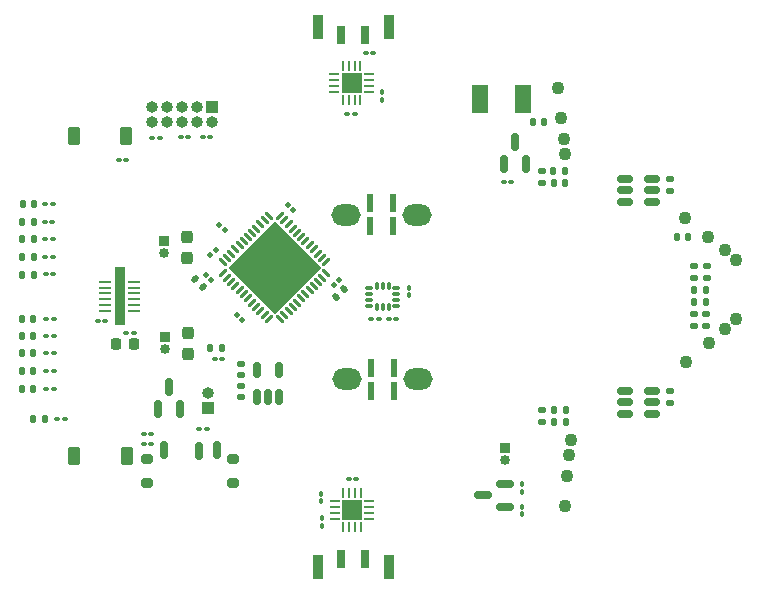
<source format=gbr>
%TF.GenerationSoftware,KiCad,Pcbnew,8.0.4-8.0.4-0~ubuntu22.04.1*%
%TF.CreationDate,2025-02-28T00:25:37+09:00*%
%TF.ProjectId,main,6d61696e-2e6b-4696-9361-645f70636258,rev?*%
%TF.SameCoordinates,Original*%
%TF.FileFunction,Soldermask,Top*%
%TF.FilePolarity,Negative*%
%FSLAX46Y46*%
G04 Gerber Fmt 4.6, Leading zero omitted, Abs format (unit mm)*
G04 Created by KiCad (PCBNEW 8.0.4-8.0.4-0~ubuntu22.04.1) date 2025-02-28 00:25:37*
%MOMM*%
%LPD*%
G01*
G04 APERTURE LIST*
G04 Aperture macros list*
%AMRoundRect*
0 Rectangle with rounded corners*
0 $1 Rounding radius*
0 $2 $3 $4 $5 $6 $7 $8 $9 X,Y pos of 4 corners*
0 Add a 4 corners polygon primitive as box body*
4,1,4,$2,$3,$4,$5,$6,$7,$8,$9,$2,$3,0*
0 Add four circle primitives for the rounded corners*
1,1,$1+$1,$2,$3*
1,1,$1+$1,$4,$5*
1,1,$1+$1,$6,$7*
1,1,$1+$1,$8,$9*
0 Add four rect primitives between the rounded corners*
20,1,$1+$1,$2,$3,$4,$5,0*
20,1,$1+$1,$4,$5,$6,$7,0*
20,1,$1+$1,$6,$7,$8,$9,0*
20,1,$1+$1,$8,$9,$2,$3,0*%
%AMRotRect*
0 Rectangle, with rotation*
0 The origin of the aperture is its center*
0 $1 length*
0 $2 width*
0 $3 Rotation angle, in degrees counterclockwise*
0 Add horizontal line*
21,1,$1,$2,0,0,$3*%
G04 Aperture macros list end*
%ADD10RoundRect,0.135000X0.135000X0.185000X-0.135000X0.185000X-0.135000X-0.185000X0.135000X-0.185000X0*%
%ADD11RoundRect,0.225000X0.225000X0.250000X-0.225000X0.250000X-0.225000X-0.250000X0.225000X-0.250000X0*%
%ADD12RoundRect,0.100000X0.162635X-0.021213X-0.021213X0.162635X-0.162635X0.021213X0.021213X-0.162635X0*%
%ADD13RotRect,5.600000X5.600000X45.000000*%
%ADD14RoundRect,0.062500X0.220971X-0.309359X0.309359X-0.220971X-0.220971X0.309359X-0.309359X0.220971X0*%
%ADD15RoundRect,0.062500X-0.220971X-0.309359X0.309359X0.220971X0.220971X0.309359X-0.309359X-0.220971X0*%
%ADD16RoundRect,0.262500X-0.262500X-0.537500X0.262500X-0.537500X0.262500X0.537500X-0.262500X0.537500X0*%
%ADD17RoundRect,0.100000X-0.130000X-0.100000X0.130000X-0.100000X0.130000X0.100000X-0.130000X0.100000X0*%
%ADD18C,1.100000*%
%ADD19RoundRect,0.135000X-0.135000X-0.185000X0.135000X-0.185000X0.135000X0.185000X-0.135000X0.185000X0*%
%ADD20RoundRect,0.147500X-0.147500X-0.172500X0.147500X-0.172500X0.147500X0.172500X-0.147500X0.172500X0*%
%ADD21RoundRect,0.237500X-0.237500X0.287500X-0.237500X-0.287500X0.237500X-0.287500X0.237500X0.287500X0*%
%ADD22RoundRect,0.100000X0.130000X0.100000X-0.130000X0.100000X-0.130000X-0.100000X0.130000X-0.100000X0*%
%ADD23RoundRect,0.140000X-0.170000X0.140000X-0.170000X-0.140000X0.170000X-0.140000X0.170000X0.140000X0*%
%ADD24RoundRect,0.135000X0.185000X-0.135000X0.185000X0.135000X-0.185000X0.135000X-0.185000X-0.135000X0*%
%ADD25RoundRect,0.150000X-0.512500X-0.150000X0.512500X-0.150000X0.512500X0.150000X-0.512500X0.150000X0*%
%ADD26RoundRect,0.135000X-0.185000X0.135000X-0.185000X-0.135000X0.185000X-0.135000X0.185000X0.135000X0*%
%ADD27RoundRect,0.100000X-0.162635X0.021213X0.021213X-0.162635X0.162635X-0.021213X-0.021213X0.162635X0*%
%ADD28C,0.600000*%
%ADD29R,0.900000X5.000000*%
%ADD30R,1.000000X0.280000*%
%ADD31RoundRect,0.100000X0.100000X-0.130000X0.100000X0.130000X-0.100000X0.130000X-0.100000X-0.130000X0*%
%ADD32RoundRect,0.140000X0.021213X-0.219203X0.219203X-0.021213X-0.021213X0.219203X-0.219203X0.021213X0*%
%ADD33R,1.750000X1.750000*%
%ADD34RoundRect,0.062500X0.325000X-0.062500X0.325000X0.062500X-0.325000X0.062500X-0.325000X-0.062500X0*%
%ADD35RoundRect,0.062500X0.062500X-0.325000X0.062500X0.325000X-0.062500X0.325000X-0.062500X-0.325000X0*%
%ADD36R,1.450000X2.400000*%
%ADD37RoundRect,0.087500X-0.087500X-0.225000X0.087500X-0.225000X0.087500X0.225000X-0.087500X0.225000X0*%
%ADD38RoundRect,0.087500X-0.225000X-0.087500X0.225000X-0.087500X0.225000X0.087500X-0.225000X0.087500X0*%
%ADD39RoundRect,0.175000X-0.175000X-0.575000X0.175000X-0.575000X0.175000X0.575000X-0.175000X0.575000X0*%
%ADD40RoundRect,0.200000X-0.300000X-0.200000X0.300000X-0.200000X0.300000X0.200000X-0.300000X0.200000X0*%
%ADD41RoundRect,0.140000X-0.140000X-0.170000X0.140000X-0.170000X0.140000X0.170000X-0.140000X0.170000X0*%
%ADD42RoundRect,0.237500X0.237500X-0.287500X0.237500X0.287500X-0.237500X0.287500X-0.237500X-0.287500X0*%
%ADD43RoundRect,0.140000X0.140000X0.170000X-0.140000X0.170000X-0.140000X-0.170000X0.140000X-0.170000X0*%
%ADD44R,0.900000X2.100000*%
%ADD45R,0.700000X1.500000*%
%ADD46RoundRect,0.062500X-0.325000X0.062500X-0.325000X-0.062500X0.325000X-0.062500X0.325000X0.062500X0*%
%ADD47RoundRect,0.062500X-0.062500X0.325000X-0.062500X-0.325000X0.062500X-0.325000X0.062500X0.325000X0*%
%ADD48O,1.000000X1.000000*%
%ADD49R,1.000000X1.000000*%
%ADD50RoundRect,0.140000X0.170000X-0.140000X0.170000X0.140000X-0.170000X0.140000X-0.170000X-0.140000X0*%
%ADD51RoundRect,0.150000X0.150000X-0.512500X0.150000X0.512500X-0.150000X0.512500X-0.150000X-0.512500X0*%
%ADD52RoundRect,0.150000X0.150000X-0.587500X0.150000X0.587500X-0.150000X0.587500X-0.150000X-0.587500X0*%
%ADD53RoundRect,0.100000X0.021213X0.162635X-0.162635X-0.021213X-0.021213X-0.162635X0.162635X0.021213X0*%
%ADD54O,0.850000X0.850000*%
%ADD55R,0.850000X0.850000*%
%ADD56RoundRect,0.150000X0.587500X0.150000X-0.587500X0.150000X-0.587500X-0.150000X0.587500X-0.150000X0*%
%ADD57RoundRect,0.100000X-0.021213X-0.162635X0.162635X0.021213X0.021213X0.162635X-0.162635X-0.021213X0*%
%ADD58RoundRect,0.100000X-0.100000X0.130000X-0.100000X-0.130000X0.100000X-0.130000X0.100000X0.130000X0*%
%ADD59RoundRect,0.140000X0.219203X0.021213X0.021213X0.219203X-0.219203X-0.021213X-0.021213X-0.219203X0*%
%ADD60R,0.600000X1.500000*%
%ADD61O,2.500000X1.800000*%
G04 APERTURE END LIST*
D10*
%TO.C,R8*%
X150065000Y-101750000D03*
X151085000Y-101750000D03*
%TD*%
D11*
%TO.C,C15*%
X142075000Y-101400000D03*
X143625000Y-101400000D03*
%TD*%
D12*
%TO.C,C4*%
X149676871Y-95529087D03*
X150129419Y-95981635D03*
%TD*%
D13*
%TO.C,U1*%
X155525000Y-94944669D03*
D14*
X151149777Y-94458533D03*
X151503330Y-94104980D03*
X151856884Y-93751426D03*
X152210437Y-93397873D03*
X152563990Y-93044320D03*
X152917544Y-92690766D03*
X153271097Y-92337213D03*
X153624651Y-91983659D03*
X153978204Y-91630106D03*
X154331757Y-91276553D03*
X154685311Y-90922999D03*
X155038864Y-90569446D03*
D15*
X156011136Y-90569446D03*
X156364689Y-90922999D03*
X156718243Y-91276553D03*
X157071796Y-91630106D03*
X157425349Y-91983659D03*
X157778903Y-92337213D03*
X158132456Y-92690766D03*
X158486010Y-93044320D03*
X158839563Y-93397873D03*
X159193116Y-93751426D03*
X159546670Y-94104980D03*
X159900223Y-94458533D03*
D14*
X159900223Y-95430805D03*
X159546670Y-95784358D03*
X159193116Y-96137912D03*
X158839563Y-96491465D03*
X158486010Y-96845018D03*
X158132456Y-97198572D03*
X157778903Y-97552125D03*
X157425349Y-97905679D03*
X157071796Y-98259232D03*
X156718243Y-98612785D03*
X156364689Y-98966339D03*
X156011136Y-99319892D03*
D15*
X155038864Y-99319892D03*
X154685311Y-98966339D03*
X154331757Y-98612785D03*
X153978204Y-98259232D03*
X153624651Y-97905679D03*
X153271097Y-97552125D03*
X152917544Y-97198572D03*
X152563990Y-96845018D03*
X152210437Y-96491465D03*
X151856884Y-96137912D03*
X151503330Y-95784358D03*
X151149777Y-95430805D03*
%TD*%
D16*
%TO.C,SW1*%
X142975001Y-83800000D03*
X138524999Y-83800000D03*
%TD*%
D17*
%TO.C,R23*%
X175550000Y-87650000D03*
X174910000Y-87650000D03*
%TD*%
D18*
%TO.C,D12*%
X179746376Y-82255334D03*
X179525000Y-79725000D03*
%TD*%
%TO.C,D14*%
X192234315Y-92349509D03*
X190288563Y-90716829D03*
%TD*%
D19*
%TO.C,R25*%
X192077124Y-97866340D03*
X191057124Y-97866340D03*
%TD*%
D20*
%TO.C,D7*%
X135077501Y-99250001D03*
X134107501Y-99250001D03*
%TD*%
D17*
%TO.C,R7*%
X151090000Y-102634997D03*
X150450000Y-102634997D03*
%TD*%
D21*
%TO.C,L1*%
X148225000Y-102224999D03*
X148225000Y-100475001D03*
%TD*%
D22*
%TO.C,R19*%
X136200000Y-102200001D03*
X136840000Y-102200001D03*
%TD*%
D20*
%TO.C,D6*%
X135125000Y-95525000D03*
X134155000Y-95525000D03*
%TD*%
D23*
%TO.C,C18*%
X152655000Y-104017500D03*
X152655000Y-103057500D03*
%TD*%
D24*
%TO.C,R35*%
X189040000Y-105415001D03*
X189040000Y-106434999D03*
%TD*%
D25*
%TO.C,U7*%
X187502500Y-105400000D03*
X187502500Y-106350000D03*
X187502500Y-107300000D03*
X185227500Y-107300000D03*
X185227500Y-106350000D03*
X185227500Y-105400000D03*
%TD*%
D17*
%TO.C,R10*%
X162305000Y-81937501D03*
X161665000Y-81937501D03*
%TD*%
D22*
%TO.C,R17*%
X136207501Y-99250002D03*
X136847501Y-99250002D03*
%TD*%
D17*
%TO.C,R31*%
X148215000Y-83920000D03*
X147575000Y-83920000D03*
%TD*%
D26*
%TO.C,R4*%
X192100000Y-95844999D03*
X192100000Y-94825001D03*
%TD*%
D17*
%TO.C,R22*%
X145070000Y-109020709D03*
X144430000Y-109020709D03*
%TD*%
D18*
%TO.C,D15*%
X190379248Y-102932680D03*
X192325000Y-101300000D03*
%TD*%
D20*
%TO.C,D9*%
X135085000Y-102200000D03*
X134115000Y-102200000D03*
%TD*%
D22*
%TO.C,R18*%
X136202498Y-100750000D03*
X136842498Y-100750000D03*
%TD*%
D18*
%TO.C,Q1*%
X194622879Y-94266339D03*
X193649999Y-93449999D03*
%TD*%
D20*
%TO.C,D10*%
X135095000Y-103675000D03*
X134125000Y-103675000D03*
%TD*%
D19*
%TO.C,R5*%
X192085000Y-96835000D03*
X191065000Y-96835000D03*
%TD*%
D22*
%TO.C,C14*%
X142970001Y-100475000D03*
X143610001Y-100475000D03*
%TD*%
D27*
%TO.C,C6*%
X157098311Y-90052197D03*
X156645763Y-89599649D03*
%TD*%
D25*
%TO.C,U8*%
X187487500Y-87450000D03*
X187487500Y-88400000D03*
X187487500Y-89350000D03*
X185212500Y-89350000D03*
X185212500Y-88400000D03*
X185212500Y-87450000D03*
%TD*%
D20*
%TO.C,D11*%
X135105000Y-105175000D03*
X134135000Y-105175000D03*
%TD*%
D22*
%TO.C,R9*%
X137125000Y-107775000D03*
X137765000Y-107775000D03*
%TD*%
%TO.C,R15*%
X136096000Y-94050000D03*
X136736000Y-94050000D03*
%TD*%
%TO.C,R16*%
X136131000Y-95516001D03*
X136771000Y-95516001D03*
%TD*%
D18*
%TO.C,D13*%
X180089312Y-115090167D03*
X180310688Y-112559833D03*
%TD*%
D24*
%TO.C,R36*%
X189000000Y-87440001D03*
X189000000Y-88459999D03*
%TD*%
D28*
%TO.C,U4*%
X142400000Y-96375000D03*
D29*
X142400000Y-97375000D03*
D28*
X142400000Y-97375000D03*
X142400000Y-98375000D03*
D30*
X141200000Y-98625000D03*
X141199999Y-98125000D03*
X141200000Y-97625000D03*
X141200000Y-97125001D03*
X141200000Y-96625000D03*
X141200000Y-96125000D03*
X143600000Y-96125000D03*
X143600000Y-96625000D03*
X143600000Y-97125000D03*
X143600000Y-97625000D03*
X143600000Y-98125000D03*
X143600000Y-98625000D03*
%TD*%
D22*
%TO.C,R12*%
X136120000Y-89575000D03*
X136760000Y-89575000D03*
%TD*%
D31*
%TO.C,R33*%
X176512502Y-115179998D03*
X176512502Y-115819998D03*
%TD*%
D32*
%TO.C,C2*%
X161388681Y-96788449D03*
X160709859Y-97467271D03*
%TD*%
D33*
%TO.C,U2*%
X162075000Y-115450000D03*
D34*
X160612500Y-116200000D03*
X160612500Y-115700000D03*
X160612500Y-115200000D03*
X160612500Y-114700000D03*
D35*
X161325000Y-113987500D03*
X161825000Y-113987500D03*
X162325000Y-113987500D03*
X162825000Y-113987500D03*
D34*
X163537500Y-114700000D03*
X163537500Y-115200000D03*
X163537500Y-115700000D03*
X163537500Y-116200000D03*
D35*
X162825000Y-116912500D03*
X162325000Y-116912500D03*
X161825000Y-116912500D03*
X161325000Y-116912500D03*
%TD*%
D31*
%TO.C,R34*%
X176512502Y-113259998D03*
X176512502Y-113899998D03*
%TD*%
D22*
%TO.C,R14*%
X136096000Y-92550000D03*
X136736000Y-92550000D03*
%TD*%
D23*
%TO.C,C21*%
X191027124Y-99846340D03*
X191027124Y-98886340D03*
%TD*%
D36*
%TO.C,SP1*%
X172914499Y-80625000D03*
X176564499Y-80625000D03*
%TD*%
D12*
%TO.C,C8*%
X152348726Y-98943393D03*
X152801274Y-99395941D03*
%TD*%
D37*
%TO.C,U3*%
X164175001Y-96487500D03*
X164675000Y-96487500D03*
X165174999Y-96487500D03*
D38*
X165837501Y-96650000D03*
X165837500Y-97150000D03*
X165837500Y-97650000D03*
X165837501Y-98150000D03*
D37*
X165174999Y-98312500D03*
X164675000Y-98312500D03*
X164175001Y-98312500D03*
D38*
X163512499Y-98150000D03*
X163512500Y-97650000D03*
X163512500Y-97150000D03*
X163512499Y-96650000D03*
%TD*%
D31*
%TO.C,R3*%
X159525000Y-116180000D03*
X159525000Y-116820000D03*
%TD*%
D22*
%TO.C,R20*%
X136200000Y-103675000D03*
X136840000Y-103675000D03*
%TD*%
D39*
%TO.C,SW2*%
X150625000Y-110402200D03*
X149125000Y-110425000D03*
X146125000Y-110374200D03*
D40*
X152025000Y-113202200D03*
X152025000Y-111102200D03*
X144725000Y-113202200D03*
X144725000Y-111102200D03*
%TD*%
D22*
%TO.C,R32*%
X149450000Y-83910000D03*
X150090000Y-83910000D03*
%TD*%
D41*
%TO.C,C22*%
X180140000Y-87775002D03*
X179180000Y-87775002D03*
%TD*%
D22*
%TO.C,R6*%
X149152499Y-108597501D03*
X149792499Y-108597501D03*
%TD*%
D42*
%TO.C,L2*%
X148100000Y-92375001D03*
X148100000Y-94124999D03*
%TD*%
D43*
%TO.C,C25*%
X189600000Y-92349999D03*
X190560000Y-92349999D03*
%TD*%
D20*
%TO.C,D2*%
X135160000Y-89575000D03*
X134190000Y-89575000D03*
%TD*%
D44*
%TO.C,J2*%
X159175000Y-120325000D03*
D45*
X163175000Y-119625000D03*
X161175000Y-119625000D03*
D44*
X165175000Y-120325000D03*
%TD*%
D33*
%TO.C,U6*%
X162050000Y-79312500D03*
D46*
X163512500Y-78562500D03*
X163512500Y-79062500D03*
X163512500Y-79562500D03*
X163512500Y-80062500D03*
D47*
X162800000Y-80775000D03*
X162300000Y-80775000D03*
X161800000Y-80775000D03*
X161300000Y-80775000D03*
D46*
X160587500Y-80062500D03*
X160587500Y-79562500D03*
X160587500Y-79062500D03*
X160587500Y-78562500D03*
D47*
X161300000Y-77850000D03*
X161800000Y-77850000D03*
X162300000Y-77850000D03*
X162800000Y-77850000D03*
%TD*%
D20*
%TO.C,D4*%
X135123000Y-92550000D03*
X134153000Y-92550000D03*
%TD*%
D41*
%TO.C,C23*%
X180169999Y-106954999D03*
X179209999Y-106954999D03*
%TD*%
D48*
%TO.C,J8*%
X145160000Y-82625000D03*
X145160001Y-81355000D03*
X146430000Y-82625000D03*
X146430000Y-81355000D03*
X147700000Y-82625000D03*
X147700000Y-81355000D03*
X148970000Y-82625000D03*
X148969999Y-81355000D03*
X150240000Y-82625001D03*
D49*
X150240000Y-81355000D03*
%TD*%
D18*
%TO.C,Q4*%
X193627124Y-100141340D03*
X194600000Y-99325000D03*
%TD*%
D22*
%TO.C,R21*%
X136210000Y-105175000D03*
X136850000Y-105175000D03*
%TD*%
D50*
%TO.C,C17*%
X152675000Y-104957500D03*
X152675000Y-105917500D03*
%TD*%
D51*
%TO.C,U5*%
X154000001Y-103600000D03*
X155899999Y-103600000D03*
X155899999Y-105875000D03*
X154950000Y-105875000D03*
X154000001Y-105875000D03*
%TD*%
D20*
%TO.C,D8*%
X135087499Y-100750000D03*
X134117499Y-100750000D03*
%TD*%
D22*
%TO.C,C1*%
X142340002Y-85800000D03*
X142980002Y-85800000D03*
%TD*%
%TO.C,R2*%
X161820000Y-112867502D03*
X162460000Y-112867502D03*
%TD*%
D52*
%TO.C,Q3*%
X175880000Y-84287499D03*
X176830000Y-86162500D03*
X174930000Y-86162500D03*
%TD*%
D10*
%TO.C,R28*%
X179155001Y-108030000D03*
X180174999Y-108030000D03*
%TD*%
D18*
%TO.C,Q5*%
X180146376Y-85330335D03*
X180035688Y-84065167D03*
%TD*%
D48*
%TO.C,J5*%
X149850000Y-105579999D03*
D49*
X149850000Y-106850000D03*
%TD*%
D24*
%TO.C,R27*%
X178140000Y-86740003D03*
X178140000Y-87760001D03*
%TD*%
D53*
%TO.C,C5*%
X160526012Y-96413684D03*
X160978560Y-95961136D03*
%TD*%
D54*
%TO.C,J9*%
X175000000Y-111250000D03*
D55*
X175000000Y-110250000D03*
%TD*%
D56*
%TO.C,Q7*%
X173150001Y-114224999D03*
X175025002Y-113274999D03*
X175025002Y-115174999D03*
%TD*%
D20*
%TO.C,D1*%
X136060000Y-107775000D03*
X135090000Y-107775000D03*
%TD*%
D57*
%TO.C,C7*%
X150545199Y-93454440D03*
X150092651Y-93906988D03*
%TD*%
D27*
%TO.C,R1*%
X151301275Y-91770942D03*
X150848727Y-91318394D03*
%TD*%
D58*
%TO.C,C19*%
X164637499Y-80707501D03*
X164637499Y-80067501D03*
%TD*%
D22*
%TO.C,R13*%
X136072000Y-91050000D03*
X136712000Y-91050000D03*
%TD*%
D18*
%TO.C,Q6*%
X180489311Y-110790168D03*
X180600001Y-109525000D03*
%TD*%
D22*
%TO.C,R30*%
X145185000Y-83940000D03*
X145825000Y-83940000D03*
%TD*%
D54*
%TO.C,J4*%
X146125000Y-93700000D03*
D55*
X146125000Y-92700000D03*
%TD*%
D20*
%TO.C,D3*%
X135135000Y-91050000D03*
X134165000Y-91050000D03*
%TD*%
D54*
%TO.C,J3*%
X146250000Y-101825000D03*
D55*
X146250000Y-100825000D03*
%TD*%
D22*
%TO.C,C13*%
X140555000Y-99425000D03*
X141195000Y-99425000D03*
%TD*%
D20*
%TO.C,D5*%
X135123000Y-94050000D03*
X134153000Y-94050000D03*
%TD*%
D31*
%TO.C,C9*%
X159424998Y-114072498D03*
X159424998Y-114712498D03*
%TD*%
D22*
%TO.C,R11*%
X163230000Y-76762500D03*
X163870000Y-76762500D03*
%TD*%
D10*
%TO.C,R26*%
X179125001Y-86720000D03*
X180144999Y-86720000D03*
%TD*%
D24*
%TO.C,R24*%
X192077124Y-98856341D03*
X192077124Y-99876339D03*
%TD*%
D50*
%TO.C,C16*%
X191050000Y-94839999D03*
X191050000Y-95799999D03*
%TD*%
D59*
%TO.C,C3*%
X148816323Y-95925780D03*
X149495145Y-96604602D03*
%TD*%
D58*
%TO.C,C12*%
X166929999Y-97276001D03*
X166929999Y-96636001D03*
%TD*%
D16*
%TO.C,SW3*%
X143025001Y-110850000D03*
X138574999Y-110850000D03*
%TD*%
D43*
%TO.C,C24*%
X177395000Y-82625000D03*
X178355000Y-82625000D03*
%TD*%
D60*
%TO.C,J1*%
X165674600Y-105400001D03*
X163674600Y-105400000D03*
D61*
X161674600Y-104400000D03*
D60*
X163674600Y-103400001D03*
X165674600Y-103400000D03*
D61*
X167674600Y-104400000D03*
%TD*%
D22*
%TO.C,C20*%
X144430712Y-109875000D03*
X145070712Y-109875000D03*
%TD*%
D44*
%TO.C,J7*%
X165175000Y-74525000D03*
D45*
X161175000Y-75225000D03*
X163175000Y-75225000D03*
D44*
X159175000Y-74525000D03*
%TD*%
D22*
%TO.C,C11*%
X165204999Y-99306001D03*
X165844999Y-99306001D03*
%TD*%
D52*
%TO.C,Q2*%
X146575000Y-105024999D03*
X147525000Y-106900000D03*
X145625000Y-106900000D03*
%TD*%
D17*
%TO.C,C10*%
X164365000Y-99300000D03*
X163725000Y-99300000D03*
%TD*%
D60*
%TO.C,J6*%
X163575400Y-89449999D03*
X165575400Y-89450000D03*
D61*
X167575400Y-90450000D03*
D60*
X165575400Y-91449999D03*
X163575400Y-91450000D03*
D61*
X161575400Y-90450000D03*
%TD*%
D26*
%TO.C,R29*%
X178164999Y-108024998D03*
X178164999Y-107005000D03*
%TD*%
M02*

</source>
